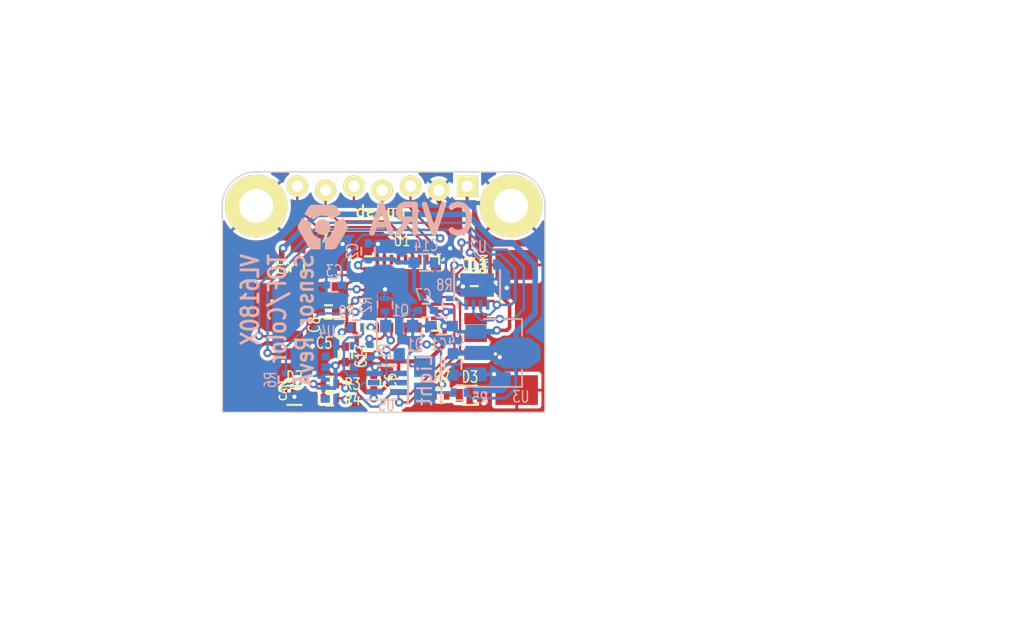
<source format=kicad_pcb>
(kicad_pcb (version 20221018) (generator pcbnew)
  (title_block (title "VL53L0X Time of flight sensor board") (rev "A") (company "CVRA") (comment 1 "Designed by Salah-Eddine Missri & Michael Spieler"))
  (layers (0 "F.Cu" signal) (31 "B.Cu" signal) (34 "B.Paste" user) (35 "F.Paste" user) (36 "B.SilkS" user "B.Silkscreen") (37 "F.SilkS" user "F.Silkscreen") (38 "B.Mask" user) (39 "F.Mask" user) (44 "Edge.Cuts" user))
  (net 0 "")
  (net 1 "VCC")
  (net 2 "GND")
  (net 3 "/STM32_NRST")
  (net 4 "+5V")
  (net 5 "Net-(C8-Pad1)")
  (net 6 "Net-(C9-Pad1)")
  (net 7 "/STM32_SWDIO")
  (net 8 "/STM32_SWCLK")
  (net 9 "/UART2_TX")
  (net 10 "/UART2_RX")
  (net 11 "Net-(CONN2-Pad4)")
  (net 12 "Net-(CONN2-Pad3)")
  (net 13 "/GPIO1")
  (net 14 "/I2C_SCL")
  (net 15 "/I2C_SDA")
  (net 16 "/Proximity")
  (net 17 "/Error")
  (net 18 "Net-(R8-Pad1)")
  (net 19 "/CAN_SPEED")
  (net 20 "/CAN_RX")
  (net 21 "/CAN_TX")
  (net 22 "Net-(D1-Pad1)")
  (net 23 "Net-(D1-Pad2)")
  (net 24 "/LIGHT_EN")
  (net 25 "/GPIO0")
  (net 26 "/LIGHT_INT")
  (net 27 "Net-(U1-Pad14)")
  (net 28 "Net-(U1-Pad25)")
  (net 29 "Net-(U1-Pad28)")
  (net 30 "Net-(U1-Pad29)")
  (net 31 "Net-(U1-Pad30)")
  (net 32 "Net-(U2-Pad5)")
  (net 33 "Net-(U4-Pad2)")
  (net 34 "Net-(U4-Pad3)")
  (net 35 "Net-(U4-Pad11)")
  (net 36 "Net-(U4-Pad7)")
  (net 37 "Net-(U5-Pad4)")
  (net 38 "Net-(U1-Pad8)")
  (net 39 "Net-(U1-Pad15)")
  (net 40 "Net-(D2-Pad2)")
  (net 41 "Net-(D3-Pad2)")
  (footprint "Capacitors_SMD:C_0603" (layer "F.Cu") (at 46.9 52.6 180)
    (fp_text reference "C5")
    (fp_text value "10uF" hide)
  )
  (footprint "Capacitors_SMD:C_0402" (layer "F.Cu") (at 46.1 51.5 180)
    (fp_text reference "C8")
    (fp_text value "10pF" hide)
  )
  (footprint "Capacitors_SMD:C_0402" (layer "F.Cu") (at 43.9 48.4 -90)
    (fp_text reference "C9")
    (fp_text value "10pF" hide)
  )
  (footprint "Capacitors_SMD:C_0402" (layer "F.Cu") (at 56.4 49.2 180)
    (fp_text reference "C11")
    (fp_text value "0.1uF")
  )
  (footprint "Capacitors_SMD:C_0402" (layer "F.Cu") (at 47.3 54.5 90)
    (fp_text reference "C13")
    (fp_text value "0.1uF")
  )
  (footprint "_connectors:_Molex-PicoBlade-SMD-4" (layer "F.Cu") (at 59.4 52.6 90)
    (fp_text reference "CONN2" hide)
    (fp_text value "CAN")
  )
  (footprint "_connectors:_Molex-PicoBlade-SMD-4" (layer "F.Cu") (at 40.6 52.6 -90)
    (fp_text reference "CONN3" hide)
    (fp_text value "CAN")
  )
  (footprint "Resistors_SMD:R_0402" (layer "F.Cu") (at 46.2 56.6)
    (fp_text reference "R3")
    (fp_text value "4.7k")
  )
  (footprint "Resistors_SMD:R_0402" (layer "F.Cu") (at 46.2 57.6)
    (fp_text reference "R4")
    (fp_text value "4.7k")
  )
  (footprint "Resistors_SMD:R_0402" (layer "F.Cu") (at 54 57.4)
    (fp_text reference "R7")
    (fp_text value "1k")
  )
  (footprint "Housings_DFN_QFN:QFN-32-1EP_5x5mm_Pitch0.5mm" (layer "F.Cu") (at 51.3 50.2)
    (fp_text reference "U1")
    (fp_text value "STM32F302K8U6" hide)
  )
  (footprint "_div:_TSX-3225-SMD-XTAL" (layer "F.Cu") (at 46.1 49 90)
    (fp_text reference "X1")
    (fp_text value "16MHz" hide)
  )
  (footprint "_mech:_M2" (layer "F.Cu") (at 41.3 45)
    (fp_text reference "MEC1" hide)
    (fp_text value "MEC")
  )
  (footprint "_mech:_M2" (layer "F.Cu") (at 59.3 45)
    (fp_text reference "MEC2" hide)
    (fp_text value "MEC")
  )
  (footprint "Resistors_SMD:R_0603" (layer "F.Cu") (at 43.7 57.4 180)
    (fp_text reference "D2")
    (fp_text value "LTST-S270KGKT" hide)
  )
  (footprint "Resistors_SMD:R_0603" (layer "F.Cu") (at 56.1 57.4 180)
    (fp_text reference "D3")
    (fp_text value "LTST-S270KRKT" hide)
  )
  (footprint "Capacitors_SMD:C_0402" (layer "F.Cu") (at 49.3 56.5 90)
    (fp_text reference "C6")
    (fp_text value "0.1uF")
  )
  (footprint "_connectors:_Pin2mm_7z" (layer "F.Cu") (at 49.9 42.6 180)
    (fp_text reference "CONN1" hide)
    (fp_text value "SWD/DEBUG")
  )
  (footprint "Capacitors_SMD:C_0603" (layer "B.Cu") (at 54.1 52.5 180)
    (fp_text reference "C1")
    (fp_text value "4.7uF")
  )
  (footprint "Capacitors_SMD:C_0402" (layer "B.Cu") (at 48.9 47.2 90)
    (fp_text reference "C2")
    (fp_text value "0.1uF")
  )
  (footprint "Capacitors_SMD:C_0402" (layer "B.Cu") (at 46.5 49.6 180)
    (fp_text reference "C3")
    (fp_text value "0.1uF")
  )
  (footprint "Capacitors_SMD:C_0603" (layer "B.Cu") (at 54.9 55.2 -90)
    (fp_text reference "C4")
    (fp_text value "1uF" hide)
  )
  (footprint "Capacitors_SMD:C_0402" (layer "B.Cu") (at 53 51.4 180)
    (fp_text reference "C7")
    (fp_text value "0.1uF")
  )
  (footprint "Capacitors_SMD:C_0603" (layer "B.Cu") (at 52.9 48)
    (fp_text reference "C14")
    (fp_text value "4.7uF" hide)
  )
  (footprint "Resistors_SMD:R_0402" (layer "B.Cu") (at 49 54.3 90)
    (fp_text reference "R1")
    (fp_text value "47k")
  )
  (footprint "Resistors_SMD:R_0402" (layer "B.Cu") (at 43.1 56.3 -90)
    (fp_text reference "R6")
    (fp_text value "1k")
  )
  (footprint "Resistors_SMD:R_0402" (layer "B.Cu") (at 54.7 51 -90)
    (fp_text reference "R8")
    (fp_text value "1k" hide)
  )
  (footprint "Resistors_SMD:R_0402" (layer "B.Cu") (at 48.1 52.6)
    (fp_text reference "R9")
    (fp_text value "47k")
  )
  (footprint "Housings_DFN_QFN:DFN-8-1EP_3x3mm_Pitch0.5mm" (layer "B.Cu") (at 56.6 49.6 -90)
    (fp_text reference "U2")
    (fp_text value "LTC2875IDD#PBF" hide)
  )
  (footprint "_logo:CVRA-logo-small" (layer "B.Cu") (at 45.7 45.5 180)
    (fp_text reference "G***" hide)
    (fp_text value "LOGO" hide)
  )
  (footprint "_std:LED_CREE_CLM3A" (layer "B.Cu") (at 52.9 56.3 -90)
    (fp_text reference "D1")
    (fp_text value "Light")
  )
  (footprint "TO_SOT_Packages_SMD:SOT-23" (layer "B.Cu") (at 51.1 53.5 -90)
    (fp_text reference "Q1")
    (fp_text value "BSS138")
  )
  (footprint "Resistors_SMD:R_0402" (layer "B.Cu") (at 50.1 51 -90)
    (fp_text reference "R2")
    (fp_text value "47k")
  )
  (footprint "Resistors_SMD:R_0402" (layer "B.Cu") (at 55.4 57.2)
    (fp_text reference "R5")
    (fp_text value "1k")
  )
  (footprint "_sensors:DFN-6-_2x2.4x0.65mm_P0.65mm" (layer "B.Cu") (at 50.2 56.5)
    (fp_text reference "U5")
    (fp_text value "TCS3472X")
  )
  (footprint "_sensors:VL6180X" (layer "B.Cu") (at 46.9 55.9 -90)
    (fp_text reference "U4")
    (fp_text value "VL6180X")
  )
  (footprint "TO_SOT_Packages_SMD:SOT-89-3" (layer "B.Cu") (at 58 54.4)
    (fp_text reference "U3")
    (fp_text value "MCP1703-MB")
  )
  (gr_line (start 61.4 44) (end 61.4 58.6) (stroke (width 0.1)) (layer "Edge.Cuts"))
  (gr_line (start 61.4 58.6) (end 38.6 58.6) (stroke (width 0.1)) (layer "Edge.Cuts"))
  (gr_arc (start 59 41.6) (mid 60.697056 42.302944) (end 61.4 44) (stroke (width 0.1)) (layer "Edge.Cuts"))
  (gr_arc (start 38.6 44) (mid 39.302944 42.302944) (end 41 41.6) (stroke (width 0.1)) (layer "Edge.Cuts"))
  (gr_line (start 41 41.6) (end 59 41.6) (stroke (width 0.1)) (layer "Edge.Cuts"))
  (gr_line (start 38.6 58.6) (end 38.6 44) (stroke (width 0.1)) (layer "Edge.Cuts"))
  (gr_text "VL6180X\nTOF/Color\nSensor RevA" (at 42.5 47.3 90) (layer "B.SilkS") (effects (font (size 1.2 1) (thickness 0.2)) (justify left mirror)))
  (gr_text "CVRA" (at 52.7 45) (layer "B.SilkS") (effects (font (size 2 2) (thickness 0.4)) (justify mirror)))
  (gr_text "debug" (at 49.8 44.4) (layer "F.SilkS") (effects (font (size 0.8 0.8))))
  (segment (start 48.45 48.45) (end 48.2 48.2) (width 0.16) (layer "F.Cu") (net 1))
  (segment (start 56.95 48.15) (end 56.1 47.3) (width 0.2) (layer "F.Cu") (net 1))
  (segment (start 58 52.8) (end 58.7 52.8) (width 0.25) (layer "F.Cu") (net 1))
  (segment (start 58.7 52.8) (end 58.9 52.6) (width 0.25) (layer "F.Cu") (net 1))
  (segment (start 57.65 49.9) (end 56.95 49.2) (width 0.25) (layer "F.Cu") (net 1))
  (segment (start 55.9 45.4) (end 56.1 45.6) (width 0.2) (layer "F.Cu") (net 1))
  (segment (start 56.1 45.6) (end 56.1 47.3) (width 0.2) (layer "F.Cu") (net 1))
  (segment (start 49.3 57.6) (end 49.3 57.05) (width 0.16) (layer "F.Cu") (net 1))
  (segment (start 48.25 50.45) (end 48 50.7) (width 0.16) (layer "F.Cu") (net 1))
  (segment (start 53.95 51.95) (end 54.3 52.3) (width 0.16) (layer "F.Cu") (net 1))
  (segment (start 54.3 52.3) (end 54.3 52.5) (width 0.16) (layer "F.Cu") (net 1))
  (segment (start 50 55) (end 51.05 55) (width 0.3) (layer "F.Cu") (net 1))
  (segment (start 53.1 55) (end 54.3 53.8) (width 0.3) (layer "F.Cu") (net 1))
  (segment (start 54.3 53.8) (end 54.3 52.5) (width 0.3) (layer "F.Cu") (net 1))
  (segment (start 46.95 55.05) (end 46.6 55.3) (width 0.3) (layer "F.Cu") (net 1))
  (segment (start 48.5 54.5) (end 47.95 55.05) (width 0.3) (layer "F.Cu") (net 1))
  (segment (start 47.95 55.05) (end 47.3 55.05) (width 0.3) (layer "F.Cu") (net 1))
  (segment (start 48.1 54.1) (end 48.1 53.3) (width 0.3) (layer "F.Cu") (net 1))
  (segment (start 48.1 53.3) (end 48.1 53.1) (width 0.3) (layer "F.Cu") (net 1))
  (segment (start 48.1 53.1) (end 47.65 52.65) (width 0.3) (layer "F.Cu") (net 1))
  (segment (start 47.65 52.65) (end 47.65 52.6) (width 0.3) (layer "F.Cu") (net 1))
  (segment (start 47.4 51.3) (end 47.4 52.35) (width 0.2) (layer "F.Cu") (net 1))
  (segment (start 47.4 52.35) (end 47.65 52.6) (width 0.2) (layer "F.Cu") (net 1))
  (segment (start 47.05 52.95) (end 47.4 52.6) (width 0.16) (layer "F.Cu") (net 1))
  (segment (start 47.4 52.6) (end 47.65 52.6) (width 0.16) (layer "F.Cu") (net 1))
  (segment (start 49.9 57.05) (end 51.05 55.9) (width 0.25) (layer "F.Cu") (net 1))
  (segment (start 51.05 55.9) (end 51.05 55) (width 0.25) (layer "F.Cu") (net 1))
  (segment (start 51.05 55) (end 53.1 55) (width 0.3) (layer "F.Cu") (net 1))
  (segment (start 45.05 56.6) (end 45.75 56.6) (width 0.2) (layer "F.Cu") (net 1))
  (segment (start 58.9 51) (end 57.8 49.9) (width 0.25) (layer "F.Cu") (net 1))
  (segment (start 57.8 49.9) (end 57.65 49.9) (width 0.25) (layer "F.Cu") (net 1))
  (segment (start 55.9 42.6) (end 55.9 45.4) (width 0.2) (layer "F.Cu") (net 1))
  (segment (start 53.7 51.95) (end 53.95 51.95) (width 0.16) (layer "F.Cu") (net 1))
  (segment (start 48.9 48.45) (end 48.45 48.45) (width 0.16) (layer "F.Cu") (net 1))
  (segment (start 48.5 54.5) (end 48.1 54.1) (width 0.3) (layer "F.Cu") (net 1))
  (segment (start 49.3 57.05) (end 49.9 57.05) (width 0.25) (layer "F.Cu") (net 1))
  (segment (start 58.9 52.6) (end 58.9 51) (width 0.25) (layer "F.Cu") (net 1))
  (segment (start 56.95 49.2) (end 56.95 48.15) (width 0.2) (layer "F.Cu") (net 1))
  (segment (start 47.3 55.05) (end 46.95 55.05) (width 0.3) (layer "F.Cu") (net 1))
  (segment (start 49.5 54.5) (end 50 55) (width 0.3) (layer "F.Cu") (net 1))
  (segment (start 48 50.7) (end 47.4 51.3) (width 0.2) (layer "F.Cu") (net 1))
  (segment (start 48.9 50.45) (end 48.25 50.45) (width 0.16) (layer "F.Cu") (net 1))
  (segment (start 49.5 54.5) (end 48.5 54.5) (width 0.3) (layer "F.Cu") (net 1))
  (segment (start 45.75 57.6) (end 45.75 56.6) (width 0.16) (layer "F.Cu") (net 1))
  (via (at 49.3 57.6) (size 0.6) (drill 0.3) (layers "F.Cu" "B.Cu") (net 1))
  (via (at 47.05 52.95) (size 0.6) (drill 0.3) (layers "F.Cu" "B.Cu") (net 1))
  (via (at 48.2 48.2) (size 0.6) (drill 0.3) (layers "F.Cu" "B.Cu") (net 1))
  (via (at 54.3 52.5) (size 0.6) (drill 0.3) (layers "F.Cu" "B.Cu") (net 1))
  (via (at 45.05 56.6) (size 0.6) (drill 0.3) (layers "F.Cu" "B.Cu") (net 1))
  (via (at 46.6 55.3) (size 0.6) (drill 0.3) (layers "F.Cu" "B.Cu") (net 1))
  (via (at 58 52.8) (size 0.6) (drill 0.3) (layers "F.Cu" "B.Cu") (net 1))
  (via (at 49.5 54.5) (size 0.6) (drill 0.3) (layers "F.Cu" "B.Cu") (net 1))
  (via (at 48 50.7) (size 0.6) (drill 0.3) (layers "F.Cu" "B.Cu") (net 1))
  (via (at 56.1 47.3) (size 0.6) (drill 0.3) (layers "F.Cu" "B.Cu") (net 1))
  (segment (start 48.65 47.75) (end 48.2 48.2) (width 0.18) (layer "B.Cu") (net 1))
  (segment (start 56.85 47.75) (end 56.4 47.3) (width 0.16) (layer "B.Cu") (net 1))
  (segment (start 56.4 47.3) (end 56.1 47.3) (width 0.16) (layer "B.Cu") (net 1))
  (segment (start 55.25 52.9) (end 54.85 52.5) (width 0.25) (layer "B.Cu") (net 1))
  (segment (start 57.9 52.9) (end 58 52.8) (width 0.25) (layer "B.Cu") (net 1))
  (segment (start 49.35 57.55) (end 49.3 57.6) (width 0.16) (layer "B.Cu") (net 1))
  (segment (start 49.25 54.75) (end 49.5 54.5) (width 0.3) (layer "B.Cu") (net 1))
  (segment (start 54.3 52.5) (end 54.85 52.5) (width 0.16) (layer "B.Cu") (net 1))
  (segment (start 46.6 56.8) (end 46.5 56.9) (width 0.3) (layer "B.Cu") (net 1))
  (segment (start 46.5 56.9) (end 45.9 56.9) (width 0.3) (layer "B.Cu") (net 1))
  (segment (start 47.4 52.6) (end 47.05 52.95) (width 0.16) (layer "B.Cu") (net 1))
  (segment (start 45.35 56.9) (end 45.05 56.6) (width 0.2) (layer "B.Cu") (net 1))
  (segment (start 54.3 52.25) (end 53.55 51.5) (width 0.25) (layer "B.Cu") (net 1))
  (segment (start 53.55 51.5) (end 53.55 51.4) (width 0.25) (layer "B.Cu") (net 1))
  (segment (start 52.15 48.8) (end 52.15 48) (width 0.3) (layer "B.Cu") (net 1))
  (segment (start 50.95 48) (end 50.7 47.75) (width 0.3) (layer "B.Cu") (net 1))
  (segment (start 50.7 47.75) (end 48.9 47.75) (width 0.3) (layer "B.Cu") (net 1))
  (segment (start 53.55 51.35) (end 52.15 49.95) (width 0.3) (layer "B.Cu") (net 1))
  (segment (start 52.15 49.95) (end 52.15 48.8) (width 0.3) (layer "B.Cu") (net 1))
  (segment (start 46 55.3) (end 45.9 55.4) (width 0.3) (layer "B.Cu") (net 1))
  (segment (start 49.35 57.15) (end 49.35 57.55) (width 0.16) (layer "B.Cu") (net 1))
  (segment (start 53.55 51.4) (end 53.55 51.5) (width 0.2) (layer "B.Cu") (net 1))
  (segment (start 48.9 47.75) (end 48.65 47.75) (width 0.18) (layer "B.Cu") (net 1))
  (segment (start 52.15 48) (end 50.95 48) (width 0.3) (layer "B.Cu") (net 1))
  (segment (start 49 54.75) (end 49.25 54.75) (width 0.16) (layer "B.Cu") (net 1))
  (segment (start 46.6 55.3) (end 46 55.3) (width 0.3) (layer "B.Cu") (net 1))
  (segment (start 47.65 52.6) (end 47.4 52.6) (width 0.16) (layer "B.Cu") (net 1))
  (segment (start 54.3 52.5) (end 54.3 52.25) (width 0.25) (layer "B.Cu") (net 1))
  (segment (start 56.52 52.9) (end 57.9 52.9) (width 0.4) (layer "B.Cu") (net 1))
  (segment (start 56.52 52.9) (end 55.25 52.9) (width 0.25) (layer "B.Cu") (net 1))
  (segment (start 53.55 51.4) (end 53.55 51.35) (width 0.3) (layer "B.Cu") (net 1))
  (segment (start 56.85 47.75) (end 56.85 48.2) (width 0.16) (layer "B.Cu") (net 1))
  (segment (start 46.6 55.3) (end 46.6 56.8) (width 0.3) (layer "B.Cu") (net 1))
  (segment (start 45.9 56.9) (end 45.35 56.9) (width 0.2) (layer "B.Cu") (net 1))
  (segment (start 45.75 50.35) (end 45.5 50.1) (width 0.16) (layer "F.Cu") (net 2))
  (segment (start 49.6 46.7) (end 49.55 46.75) (width 0.18) (layer "F.Cu") (net 2))
  (segment (start 49.55 46.75) (end 49.55 47.8) (width 0.18) (layer "F.Cu") (net 2))
  (segment (start 50.05 47.15) (end 49.6 46.7) (width 0.18) (layer "F.Cu") (net 2))
  (segment (start 55.85 49.45) (end 55.6 49.7) (width 0.25) (layer "F.Cu") (net 2))
  (segment (start 49.4625 51.0625) (end 49.35 50.95) (width 0.16) (layer "F.Cu") (net 2))
  (segment (start 49.35 50.95) (end 48.9 50.95) (width 0.16) (layer "F.Cu") (net 2))
  (segment (start 50.05 48.95) (end 50.4375 49.3375) (width 0.16) (layer "F.Cu") (net 2))
  (segment (start 53.05 51.95) (end 52.1625 51.0625) (width 0.16) (layer "F.Cu") (net 2))
  (segment (start 49.55 48.45) (end 50.4375 49.3375) (width 0.16) (layer "F.Cu") (net 2))
  (segment (start 49.3 55.5) (end 49.4 55.4) (width 0.16) (layer "F.Cu") (net 2))
  (segment (start 45.75 50.55) (end 45.3 50.1) (width 0.16) (layer "F.Cu") (net 2))
  (segment (start 50.1 49.9) (end 50.4375 49.5625) (width 0.16) (layer "F.Cu") (net 2))
  (segment (start 50.4375 49.5625) (end 50.4375 49.3375) (width 0.16) (layer "F.Cu") (net 2))
  (segment (start 54.7 47) (end 54.7 44.5) (width 0.3) (layer "F.Cu") (net 2))
  (segment (start 54.7 44.5) (end 53.9 43.7) (width 0.3) (layer "F.Cu") (net 2))
  (segment (start 53.9 43.7) (end 53.9 42.9) (width 0.3) (layer "F.Cu") (net 2))
  (segment (start 58.1 53.9) (end 57.425 53.225) (width 0.3) (layer "F.Cu") (net 2))
  (segment (start 57.425 53.225) (end 56.5 53.225) (width 0.3) (layer "F.Cu") (net 2))
  (segment (start 59.8 53.1) (end 59.8 50.9) (width 0.3) (layer "F.Cu") (net 2))
  (segment (start 59.8 50.9) (end 58.7 49.8) (width 0.3) (layer "F.Cu") (net 2))
  (segment (start 43.8 57.4) (end 43.7 57.5) (width 0.2) (layer "F.Cu") (net 2))
  (segment (start 58.2 55.9) (end 59.8 54.3) (width 0.3) (layer "F.Cu") (net 2))
  (segment (start 59.8 54.3) (end 59.8 53.9) (width 0.3) (layer "F.Cu") (net 2))
  (segment (start 59.8 53.9) (end 59.8 53.1) (width 0.3) (layer "F.Cu") (net 2))
  (segment (start 50.05 47.8) (end 50.05 48.95) (width 0.16) (layer "F.Cu") (net 2))
  (segment (start 55.85 49.2) (end 55.85 49.45) (width 0.25) (layer "F.Cu") (net 2))
  (segment (start 44.45 57.4) (end 43.8 57.4) (width 0.2) (layer "F.Cu") (net 2))
  (segment (start 50.05 47.8) (end 50.05 47.15) (width 0.18) (layer "F.Cu") (net 2))
  (segment (start 49.55 47.8) (end 49.55 48.45) (width 0.16) (layer "F.Cu") (net 2))
  (segment (start 50.4375 51.0625) (end 49.4625 51.0625) (width 0.16) (layer "F.Cu") (net 2))
  (segment (start 58.1 53.9) (end 59 53.9) (width 0.3) (layer "F.Cu") (net 2))
  (segment (start 49.3 55.95) (end 49.3 55.5) (width 0.16) (layer "F.Cu") (net 2))
  (segment (start 53.05 52.6) (end 53.05 51.95) (width 0.16) (layer "F.Cu") (net 2))
  (segment (start 45.75 51.5) (end 45.75 50.55) (width 0.16) (layer "F.Cu") (net 2))
  (segment (start 57.8 55.9) (end 58.2 55.9) (width 0.3) (layer "F.Cu") (net 2))
  (segment (start 45.5 50.1) (end 45.5 50) (width 0.16) (layer "F.Cu") (net 2))
  (segment (start 59 53.9) (end 59.8 53.9) (width 0.3) (layer "F.Cu") (net 2))
  (segment (start 47.1 47.9) (end 47.1 46.7) (width 0.16) (layer "F.Cu") (net 2))
  (via (at 45 53.9) (size 0.6) (drill 0.3) (layers "F.Cu" "B.Cu") (net 2))
  (via (at 50.1 49.9) (size 0.6) (drill 0.3) (layers "F.Cu" "B.Cu") (net 2))
  (via (at 47.1 46.7) (size 0.6) (drill 0.3) (layers "F.Cu" "B.Cu") (net 2))
  (via (at 49.4 55.4) (size 0.6) (drill 0.3) (layers "F.Cu" "B.Cu") (net 2))
  (via (at 54.7 47) (size 0.6) (drill 0.3) (layers "F.Cu" "B.Cu") (net 2))
  (via (at 43.7 57.5) (size 0.6) (drill 0.3) (layers "F.Cu" "B.Cu") (net 2))
  (via (at 55.6 49.7) (size 0.6) (drill 0.3) (layers "F.Cu" "B.Cu") (net 2))
  (via (at 45.1 55.8) (size 0.6) (drill 0.3) (layers "F.Cu" "B.Cu") (net 2))
  (via (at 49.6 46.7) (size 0.6) (drill 0.3) (layers "F.Cu" "B.Cu") (net 2))
  (via (at 58.7 49.8) (size 0.6) (drill 0.3) (layers "F.Cu" "B.Cu") (net 2))
  (via (at 57.8 55.9) (size 0.6) (drill 0.3) (layers "F.Cu" "B.Cu") (net 2))
  (segment (start 49.55 46.65) (end 49.6 46.7) (width 0.18) (layer "B.Cu") (net 2))
  (segment (start 56.35 48.84) (end 56.005 49.185) (width 0.16) (layer "B.Cu") (net 2))
  (segment (start 55.6 49.7) (end 55.915 50.015) (width 0.25) (layer "B.Cu") (net 2))
  (segment (start 55.915 50.015) (end 56.005 50.015) (width 0.25) (layer "B.Cu") (net 2))
  (segment (start 49.4 55.4) (end 49.35 55.45) (width 0.16) (layer "B.Cu") (net 2))
  (segment (start 49.35 55.45) (end 49.35 55.85) (width 0.16) (layer "B.Cu") (net 2))
  (segment (start 54.8 43.8) (end 58.8 43.8) (width 0.3) (layer "B.Cu") (net 2))
  (segment (start 58.8 43.8) (end 59 44) (width 0.3) (layer "B.Cu") (net 2))
  (segment (start 53.7 48) (end 54.7 47) (width 0.3) (layer "B.Cu") (net 2))
  (segment (start 54.95 55.9) (end 54.9 55.95) (width 0.3) (layer "B.Cu") (net 2))
  (segment (start 58.7 49.8) (end 57.9 49.8) (width 0.3) (layer "B.Cu") (net 2))
  (segment (start 57.9 49.8) (end 57.285 49.185) (width 0.3) (layer "B.Cu") (net 2))
  (segment (start 57.285 49.185) (end 57.195 49.185) (width 0.3) (layer "B.Cu") (net 2))
  (segment (start 52.05 51.8) (end 52.45 51.4) (width 0.2) (layer "B.Cu") (net 2))
  (segment (start 45.45 56.15) (end 45.1 55.8) (width 0.2) (layer "B.Cu") (net 2))
  (segment (start 50.1 50.55) (end 50.1 49.9) (width 0.16) (layer "B.Cu") (net 2))
  (segment (start 53.65 48) (end 53.7 48) (width 0.3) (layer "B.Cu") (net 2))
  (segment (start 53.9 42.9) (end 54.8 43.8) (width 0.3) (layer "B.Cu") (net 2))
  (segment (start 45.9 56.15) (end 45.45 56.15) (width 0.2) (layer "B.Cu") (net 2))
  (segment (start 52.05 52.5) (end 52.05 51.8) (width 0.2) (layer "B.Cu") (net 2))
  (segment (start 56.35 48.2) (end 56.35 48.84) (width 0.16) (layer "B.Cu") (net 2))
  (segment (start 56.52 55.9) (end 57.8 55.9) (width 0.3) (layer "B.Cu") (net 2))
  (segment (start 48.9 46.65) (end 49.55 46.65) (width 0.18) (layer "B.Cu") (net 2))
  (segment (start 45.9 53.9) (end 45 53.9) (width 0.2) (layer "B.Cu") (net 2))
  (segment (start 56.52 55.9) (end 54.95 55.9) (width 0.3) (layer "B.Cu") (net 2))
  (segment (start 54 46.3) (end 51.9 44.2) (width 0.16) (layer "F.Cu") (net 3))
  (segment (start 51.9 44.2) (end 51.9 42.6) (width 0.16) (layer "F.Cu") (net 3))
  (segment (start 48.15 49.95) (end 48.1 49.9) (width 0.16) (layer "F.Cu") (net 3))
  (segment (start 48.9 49.95) (end 48.15 49.95) (width 0.16) (layer "F.Cu") (net 3))
  (via (at 54 46.3) (size 0.6) (drill 0.3) (layers "F.Cu" "B.Cu") (net 3))
  (via (at 48.1 49.9) (size 0.6) (drill 0.3) (layers "F.Cu" "B.Cu") (net 3))
  (segment (start 47.35 49.9) (end 47.05 49.6) (width 0.16) (layer "B.Cu") (net 3))
  (segment (start 47.05 47.95) (end 48.05 46.95) (width 0.16) (layer "B.Cu") (net 3))
  (segment (start 48.05 46.95) (end 48.05 46.530002) (width 0.16) (layer "B.Cu") (net 3))
  (segment (start 48.05 46.530002) (end 48.530002 46.05) (width 0.16) (layer "B.Cu") (net 3))
  (segment (start 48.530002 46.05) (end 53.75 46.05) (width 0.16) (layer "B.Cu") (net 3))
  (segment (start 53.75 46.05) (end 54 46.3) (width 0.16) (layer "B.Cu") (net 3))
  (segment (start 48.1 49.9) (end 47.35 49.9) (width 0.16) (layer "B.Cu") (net 3))
  (segment (start 47.05 49.6) (end 47.05 47.95) (width 0.16) (layer "B.Cu") (net 3))
  (segment (start 42.9 47) (end 42.8 47.1) (width 0.4) (layer "F.Cu") (net 4))
  (segment (start 42.8 47.1) (end 42.8 49.1) (width 0.4) (layer "F.Cu") (net 4))
  (segment (start 42.8 49.1) (end 43.5 49.8) (width 0.4) (layer "F.Cu") (net 4))
  (segment (start 43.5 49.8) (end 43.5 50.725) (width 0.4) (layer "F.Cu") (net 4))
  (segment (start 57.975 54.475) (end 58.2 54.7) (width 0.3) (layer "F.Cu") (net 4))
  (segment (start 56.5 54.475) (end 57.975 54.475) (width 0.3) (layer "F.Cu") (net 4))
  (via (at 58.2 54.7) (size 0.6) (drill 0.3) (layers "F.Cu" "B.Cu") (net 4))
  (via (at 42.9 47) (size 0.6) (drill 0.3) (layers "F.Cu" "B.Cu") (net 4))
  (segment (start 59.3335 52.9665) (end 60.7 51.6) (width 0.4) (layer "B.Cu") (net 4))
  (segment (start 60.7 51.6) (end 60.7 48.2) (width 0.4) (layer "B.Cu") (net 4))
  (segment (start 60.7 48.2) (end 59.1 46.6) (width 0.4) (layer "B.Cu") (net 4))
  (segment (start 59.1 46.6) (end 57.9 46.6) (width 0.4) (layer "B.Cu") (net 4))
  (segment (start 57.9 46.6) (end 55.9 44.6) (width 0.4) (layer "B.Cu") (net 4))
  (segment (start 55.9 44.6) (end 45.4 44.6) (width 0.4) (layer "B.Cu") (net 4))
  (segment (start 54.95 54.4) (end 54.9 54.45) (width 0.25) (layer "B.Cu") (net 4))
  (segment (start 55.85 57.25) (end 56.2 57.6) (width 0.2) (layer "B.Cu") (net 4))
  (segment (start 56.2 57.6) (end 58.6 57.6) (width 0.2) (layer "B.Cu") (net 4))
  (segment (start 58.6 57.6) (end 59.3335 56.8665) (width 0.2) (layer "B.Cu") (net 4))
  (segment (start 59.3335 56.8665) (end 59.3335 54.4) (width 0.2) (layer "B.Cu") (net 4))
  (segment (start 58.2 54.7) (end 57.9238 54.4238) (width 0.3) (layer "B.Cu") (net 4))
  (segment (start 57.9238 54.4238) (end 57.9238 54.4) (width 0.3) (layer "B.Cu") (net 4))
  (segment (start 45.3 44.6) (end 42.9 47) (width 0.4) (layer "B.Cu") (net 4))
  (segment (start 57.9238 54.4) (end 56.6665 54.4) (width 0.3) (layer "B.Cu") (net 4))
  (segment (start 59.3335 54.4) (end 59.3335 52.9665) (width 0.4) (layer "B.Cu") (net 4))
  (segment (start 60.667 54.4) (end 56.6665 54.4) (width 0.4) (layer "B.Cu") (net 4))
  (segment (start 45.4 44.6) (end 45.3 44.6) (width 0.4) (layer "B.Cu") (net 4))
  (segment (start 56.6665 54.4) (end 54.95 54.4) (width 0.4) (layer "B.Cu") (net 4))
  (segment (start 55.85 57.2) (end 55.85 57.25) (width 0.16) (layer "B.Cu") (net 4))
  (segment (start 46.85 50.35) (end 47.1 50.1) (width 0.16) (layer "F.Cu") (net 5))
  (segment (start 48.45 49.45) (end 48.3 49.3) (width 0.16) (layer "F.Cu") (net 5))
  (segment (start 48.3 49.3) (end 47.7 49.3) (width 0.16) (layer "F.Cu") (net 5))
  (segment (start 47.7 49.3) (end 46.9 50.1) (width 0.16) (layer "F.Cu") (net 5))
  (segment (start 46.85 50.15) (end 46.9 50.1) (width 0.16) (layer "F.Cu") (net 5))
  (segment (start 47.1 50.1) (end 47.1 50) (width 0.16) (layer "F.Cu") (net 5))
  (segment (start 46.85 51.5) (end 46.85 50.15) (width 0.16) (layer "F.Cu") (net 5))
  (segment (start 48.9 49.45) (end 48.45 49.45) (width 0.16) (layer "F.Cu") (net 5))
  (segment (start 45.15 48.25) (end 45.5 47.9) (width 0.16) (layer "F.Cu") (net 6))
  (segment (start 47.75 48.95) (end 47.7 48.9) (width 0.16) (layer "F.Cu") (net 6))
  (segment (start 47.7 48.9) (end 46.1 48.9) (width 0.16) (layer "F.Cu") (net 6))
  (segment (start 46.1 48.9) (end 45.3 48.1) (width 0.16) (layer "F.Cu") (net 6))
  (segment (start 45.3 48.1) (end 45.3 47.9) (width 0.16) (layer "F.Cu") (net 6))
  (segment (start 45.25 47.85) (end 45.3 47.9) (width 0.16) (layer "F.Cu") (net 6))
  (segment (start 43.9 47.85) (end 45.25 47.85) (width 0.16) (layer "F.Cu") (net 6))
  (segment (start 45.5 47.9) (end 45.5 48) (width 0.16) (layer "F.Cu") (net 6))
  (segment (start 48.9 48.95) (end 47.75 48.95) (width 0.16) (layer "F.Cu") (net 6))
  (segment (start 49.9 43.9) (end 50.3 44.3) (width 0.16) (layer "F.Cu") (net 7))
  (segment (start 50.3 44.3) (end 50.9 44.3) (width 0.16) (layer "F.Cu") (net 7))
  (segment (start 54.4 48.8) (end 54.25 48.95) (width 0.16) (layer "F.Cu") (net 7))
  (segment (start 54.25 48.95) (end 53.7 48.95) (width 0.16) (layer "F.Cu") (net 7))
  (segment (start 51.1 44.3) (end 54.4 47.6) (width 0.16) (layer "F.Cu") (net 7))
  (segment (start 54.4 47.6) (end 54.4 48.8) (width 0.16) (layer "F.Cu") (net 7))
  (segment (start 50.9 44.3) (end 51.1 44.3) (width 0.16) (layer "F.Cu") (net 7))
  (segment (start 49.9 42.9) (end 49.9 43.9) (width 0.16) (layer "F.Cu") (net 7))
  (segment (start 47.9 43.9) (end 48.7 44.7) (width 0.16) (layer "F.Cu") (net 8))
  (segment (start 48.7 44.7) (end 50.5 44.7) (width 0.16) (layer "F.Cu") (net 8))
  (segment (start 50.9 44.7) (end 53.7 47.5) (width 0.16) (layer "F.Cu") (net 8))
  (segment (start 53.7 47.5) (end 53.7 48.45) (width 0.16) (layer "F.Cu") (net 8))
  (segment (start 47.9 42.6) (end 47.9 43.9) (width 0.16) (layer "F.Cu") (net 8))
  (segment (start 50.5 44.7) (end 50.9 44.7) (width 0.16) (layer "F.Cu") (net 8))
  (segment (start 46.8 45.1) (end 45.9 44.2) (width 0.16) (layer "F.Cu") (net 9))
  (segment (start 45.9 44.2) (end 45.9 42.9) (width 0.16) (layer "F.Cu") (net 9))
  (segment (start 50 45.1) (end 46.8 45.1) (width 0.16) (layer "F.Cu") (net 9))
  (segment (start 50.3 45.1) (end 52.55 47.35) (width 0.16) (layer "F.Cu") (net 9))
  (segment (start 52.55 47.8) (end 52.55 47.35) (width 0.16) (layer "F.Cu") (net 9))
  (segment (start 50 45.1) (end 50.3 45.1) (width 0.16) (layer "F.Cu") (net 9))
  (segment (start 45.3 45.5) (end 43.9 44.1) (width 0.16) (layer "F.Cu") (net 10))
  (segment (start 43.9 44.1) (end 43.9 42.6) (width 0.16) (layer "F.Cu") (net 10))
  (segment (start 52.05 47.45) (end 50.1 45.5) (width 0.16) (layer "F.Cu") (net 10))
  (segment (start 50.1 45.5) (end 45.3 45.5) (width 0.16) (layer "F.Cu") (net 10))
  (segment (start 52.05 47.8) (end 52.05 47.45) (width 0.16) (layer "F.Cu") (net 10))
  (segment (start 57.725 50.725) (end 58 51) (width 0.18) (layer "F.Cu") (net 11))
  (segment (start 41.8 54.4) (end 41.875 54.475) (width 0.18) (layer "F.Cu") (net 11))
  (segment (start 41.875 54.475) (end 43.5 54.475) (width 0.18) (layer "F.Cu") (net 11))
  (segment (start 56.5 50.725) (end 57.725 50.725) (width 0.18) (layer "F.Cu") (net 11))
  (via (at 58 51) (size 0.6) (drill 0.3) (layers "F.Cu" "B.Cu") (net 11))
  (via (at 41.8 54.4) (size 0.6) (drill 0.3) (layers "F.Cu" "B.Cu") (net 11))
  (segment (start 59.3 48.5) (end 58.240002 47.440002) (width 0.18) (layer "B.Cu") (net 11))
  (segment (start 58.240002 47.440002) (end 57.559166 47.440002) (width 0.18) (layer "B.Cu") (net 11))
  (segment (start 57.559166 47.440002) (end 55.819164 45.7) (width 0.18) (layer "B.Cu") (net 11))
  (segment (start 55.819164 45.7) (end 45.7 45.7) (width 0.18) (layer "B.Cu") (net 11))
  (segment (start 45.7 45.7) (end 41.8 49.6) (width 0.18) (layer "B.Cu") (net 11))
  (segment (start 41.8 49.6) (end 41.8 54.4) (width 0.18) (layer "B.Cu") (net 11))
  (segment (start 58 51.2) (end 57.5 51.7) (width 0.16) (layer "B.Cu") (net 11))
  (segment (start 57.5 51.7) (end 57.1 51.7) (width 0.16) (layer "B.Cu") (net 11))
  (segment (start 57.1 51.7) (end 56.85 51.45) (width 0.16) (layer "B.Cu") (net 11))
  (segment (start 56.85 51.45) (end 56.85 51) (width 0.16) (layer "B.Cu") (net 11))
  (segment (start 59.3 49.5) (end 59.3 48.5) (width 0.18) (layer "B.Cu") (net 11))
  (segment (start 59.3 50.7) (end 59 51) (width 0.18) (layer "B.Cu") (net 11))
  (segment (start 59 51) (end 58 51) (width 0.18) (layer "B.Cu") (net 11))
  (segment (start 58 51) (end 58 51.2) (width 0.16) (layer "B.Cu") (net 11))
  (segment (start 59.3 49.5) (end 59.3 50.7) (width 0.18) (layer "B.Cu") (net 11))
  (segment (start 58.175 51.975) (end 58.2 52) (width 0.18) (layer "F.Cu") (net 12))
  (segment (start 41.2 53.2) (end 41.225 53.225) (width 0.18) (layer "F.Cu") (net 12))
  (segment (start 41.225 53.225) (end 43.5 53.225) (width 0.18) (layer "F.Cu") (net 12))
  (segment (start 56.5 51.975) (end 58.175 51.975) (width 0.18) (layer "F.Cu") (net 12))
  (via (at 58.2 52) (size 0.6) (drill 0.3) (layers "F.Cu" "B.Cu") (net 12))
  (via (at 41.2 53.2) (size 0.6) (drill 0.3) (layers "F.Cu" "B.Cu") (net 12))
  (segment (start 58.2 52) (end 59.2 52) (width 0.18) (layer "B.Cu") (net 12))
  (segment (start 59.2 52) (end 59.9 51.3) (width 0.18) (layer "B.Cu") (net 12))
  (segment (start 59.9 51.3) (end 59.9 48.3) (width 0.18) (layer "B.Cu") (net 12))
  (segment (start 59.9 48.3) (end 58.7 47.1) (width 0.18) (layer "B.Cu") (net 12))
  (segment (start 58.7 47.1) (end 57.7 47.1) (width 0.18) (layer "B.Cu") (net 12))
  (segment (start 57.7 47.1) (end 55.8 45.2) (width 0.18) (layer "B.Cu") (net 12))
  (segment (start 55.8 45.2) (end 45.6 45.2) (width 0.18) (layer "B.Cu") (net 12))
  (segment (start 45.6 45.2) (end 41.2 49.6) (width 0.18) (layer "B.Cu") (net 12))
  (segment (start 41.2 49.6) (end 41.2 53.2) (width 0.18) (layer "B.Cu") (net 12))
  (segment (start 56.35 51.55) (end 56.9 52.1) (width 0.16) (layer "B.Cu") (net 12))
  (segment (start 56.9 52.1) (end 57.7 52.1) (width 0.16) (layer "B.Cu") (net 12))
  (segment (start 57.7 52.1) (end 57.8 52) (width 0.16) (layer "B.Cu") (net 12))
  (segment (start 57.8 52) (end 58.2 52) (width 0.16) (layer "B.Cu") (net 12))
  (segment (start 56.35 51) (end 56.35 51.55) (width 0.16) (layer "B.Cu") (net 12))
  (segment (start 49 53.4) (end 49.5 53.4) (width 0.16) (layer "F.Cu") (net 13))
  (segment (start 49.5 53.4) (end 49.8 53.4) (width 0.16) (layer "F.Cu") (net 13))
  (segment (start 49.8 53.4) (end 50.05 53.15) (width 0.16) (layer "F.Cu") (net 13))
  (segment (start 50.05 53.15) (end 50.05 52.6) (width 0.16) (layer "F.Cu") (net 13))
  (via (at 49 53.4) (size 0.6) (drill 0.3) (layers "F.Cu" "B.Cu") (net 13))
  (segment (start 48.95 53.9) (end 49 53.85) (width 0.16) (layer "B.Cu") (net 13))
  (segment (start 47.9 53.9) (end 48.95 53.9) (width 0.16) (layer "B.Cu") (net 13))
  (segment (start 49 53.85) (end 49 53.4) (width 0.16) (layer "B.Cu") (net 13))
  (segment (start 47.3 56.9) (end 47 56.6) (width 0.16) (layer "F.Cu") (net 14))
  (segment (start 47 56.6) (end 46.65 56.6) (width 0.16) (layer "F.Cu") (net 14))
  (segment (start 54.85 50.95) (end 55 51.1) (width 0.16) (layer "F.Cu") (net 14))
  (segment (start 55 51.1) (end 55 54.2) (width 0.16) (layer "F.Cu") (net 14))
  (segment (start 55 54.2) (end 51.9 57.3) (width 0.16) (layer "F.Cu") (net 14))
  (segment (start 51.9 57.3) (end 50.5 57.3) (width 0.16) (layer "F.Cu") (net 14))
  (segment (start 50.5 57.3) (end 49.6 58.2) (width 0.16) (layer "F.Cu") (net 14))
  (segment (start 49.6 58.2) (end 49.1 58.2) (width 0.16) (layer "F.Cu") (net 14))
  (segment (start 49.1 58.2) (end 47.8 56.9) (width 0.16) (layer "F.Cu") (net 14))
  (segment (start 47.8 56.9) (end 47.3 56.9) (width 0.16) (layer "F.Cu") (net 14))
  (segment (start 53.7 50.95) (end 54.85 50.95) (width 0.16) (layer "F.Cu") (net 14))
  (via (at 47.3 56.9) (size 0.6) (drill 0.3) (layers "F.Cu" "B.Cu") (net 14))
  (segment (start 48.2 56.9) (end 48.6 56.5) (width 0.16) (layer "B.Cu") (net 14))
  (segment (start 48.6 56.5) (end 49.35 56.5) (width 0.16) (layer "B.Cu") (net 14))
  (segment (start 47.9 56.9) (end 48.2 56.9) (width 0.16) (layer "B.Cu") (net 14))
  (segment (start 47.9 56.9) (end 47.3 56.9) (width 0.16) (layer "B.Cu") (net 14))
  (segment (start 47.3 57.7) (end 47.2 57.6) (width 0.16) (layer "F.Cu") (net 15))
  (segment (start 47.2 57.6) (end 46.65 57.6) (width 0.16) (layer "F.Cu") (net 15))
  (segment (start 54.95 50.45) (end 55.4 50.9) (width 0.16) (layer "F.Cu") (net 15))
  (segment (start 55.4 50.9) (end 55.4 54.3) (width 0.16) (layer "F.Cu") (net 15))
  (segment (start 55.4 54.3) (end 51.8 57.9) (width 0.16) (layer "F.Cu") (net 15))
  (segment (start 51.8 57.9) (end 51.1 57.9) (width 0.16) (layer "F.Cu") (net 15))
  (segment (start 53.7 50.45) (end 54.95 50.45) (width 0.16) (layer "F.Cu") (net 15))
  (via (at 51.1 57.9) (size 0.6) (drill 0.3) (layers "F.Cu" "B.Cu") (net 15))
  (via (at 47.3 57.7) (size 0.6) (drill 0.3) (layers "F.Cu" "B.Cu") (net 15))
  (segment (start 48.55 57.65) (end 49.1 58.2) (width 0.16) (layer "B.Cu") (net 15))
  (segment (start 49.1 58.2) (end 49.6 58.2) (width 0.16) (layer "B.Cu") (net 15))
  (segment (start 47.35 57.65) (end 47.3 57.7) (width 0.16) (layer "B.Cu") (net 15))
  (segment (start 50.65 57.15) (end 49.6 58.2) (width 0.16) (layer "B.Cu") (net 15))
  (segment (start 51.1 57.9) (end 51.05 57.85) (width 0.16) (layer "B.Cu") (net 15))
  (segment (start 51.05 57.85) (end 51.05 57.15) (width 0.16) (layer "B.Cu") (net 15))
  (segment (start 51.05 57.15) (end 50.65 57.15) (width 0.16) (layer "B.Cu") (net 15))
  (segment (start 47.9 57.65) (end 48.55 57.65) (width 0.16) (layer "B.Cu") (net 15))
  (segment (start 47.9 57.65) (end 47.35 57.65) (width 0.16) (layer "B.Cu") (net 15))
  (segment (start 48.05 51.45) (end 48 51.5) (width 0.16) (layer "F.Cu") (net 16))
  (segment (start 48.9 51.45) (end 48.05 51.45) (width 0.16) (layer "F.Cu") (net 16))
  (via (at 48 51.5) (size 0.6) (drill 0.3) (layers "F.Cu" "B.Cu") (net 16))
  (segment (start 48 51.5) (end 47.9 51.6) (width 0.16) (layer "B.Cu") (net 16))
  (segment (start 47.9 51.6) (end 45.5 51.6) (width 0.16) (layer "B.Cu") (net 16))
  (segment (start 45.5 51.6) (end 43.1 54) (width 0.16) (layer "B.Cu") (net 16))
  (segment (start 43.1 54) (end 43.1 55.85) (width 0.16) (layer "B.Cu") (net 16))
  (segment (start 51.55 53.25) (end 52.1 53.8) (width 0.16) (layer "F.Cu") (net 17))
  (segment (start 52.1 53.8) (end 53.05 53.8) (width 0.16) (layer "F.Cu") (net 17))
  (segment (start 54.13 56.61) (end 54.1 56.64) (width 0.16) (layer "F.Cu") (net 17))
  (segment (start 54.1 56.64) (end 53.74 56.64) (width 0.16) (layer "F.Cu") (net 17))
  (segment (start 53.74 56.64) (end 53.55 56.83) (width 0.16) (layer "F.Cu") (net 17))
  (segment (start 53.55 56.83) (end 53.55 57.4) (width 0.16) (layer "F.Cu") (net 17))
  (segment (start 51.55 52.6) (end 51.55 53.25) (width 0.16) (layer "F.Cu") (net 17))
  (via (at 53.05 53.8) (size 0.6) (drill 0.3) (layers "F.Cu" "B.Cu") (net 17))
  (via (at 54.13 56.61) (size 0.6) (drill 0.3) (layers "F.Cu" "B.Cu") (net 17))
  (segment (start 53.05 53.8) (end 53.55 53.8) (width 0.16) (layer "B.Cu") (net 17))
  (segment (start 53.55 53.8) (end 54.05 54.3) (width 0.16) (layer "B.Cu") (net 17))
  (segment (start 54.05 56.53) (end 54.13 56.61) (width 0.16) (layer "B.Cu") (net 17))
  (segment (start 54.05 54.3) (end 54.05 56.53) (width 0.16) (layer "B.Cu") (net 17))
  (segment (start 55.6 51) (end 55.15 50.55) (width 0.16) (layer "B.Cu") (net 18))
  (segment (start 55.15 50.55) (end 54.7 50.55) (width 0.16) (layer "B.Cu") (net 18))
  (segment (start 55.85 51) (end 55.6 51) (width 0.16) (layer "B.Cu") (net 18))
  (segment (start 54.35 51.45) (end 54.4 51.5) (width 0.16) (layer "F.Cu") (net 19))
  (segment (start 53.7 51.45) (end 54.35 51.45) (width 0.16) (layer "F.Cu") (net 19))
  (via (at 54.4 51.5) (size 0.6) (drill 0.3) (layers "F.Cu" "B.Cu") (net 19))
  (segment (start 54.4 51.5) (end 54.45 51.45) (width 0.16) (layer "B.Cu") (net 19))
  (segment (start 54.45 51.45) (end 54.7 51.45) (width 0.16) (layer "B.Cu") (net 19))
  (segment (start 54.45 49.95) (end 55.2 49.2) (width 0.16) (layer "F.Cu") (net 20))
  (segment (start 55.2 49.2) (end 55.2 48.8) (width 0.16) (layer "F.Cu") (net 20))
  (segment (start 55.2 48.8) (end 55.7 48.3) (width 0.16) (layer "F.Cu") (net 20))
  (segment (start 55.7 48.3) (end 55.7 47.7) (width 0.16) (layer "F.Cu") (net 20))
  (segment (start 55.7 47.7) (end 55.5 47.5) (width 0.16) (layer "F.Cu") (net 20))
  (segment (start 55.5 47.5) (end 55.5 46.6) (width 0.16) (layer "F.Cu") (net 20))
  (segment (start 53.7 49.95) (end 54.45 49.95) (width 0.16) (layer "F.Cu") (net 20))
  (via (at 55.5 46.6) (size 0.6) (drill 0.3) (layers "F.Cu" "B.Cu") (net 20))
  (segment (start 55.5 46.6) (end 56 46.6) (width 0.16) (layer "B.Cu") (net 20))
  (segment (start 56 46.6) (end 56.2 46.6) (width 0.16) (layer "B.Cu") (net 20))
  (segment (start 56.2 46.6) (end 57.35 47.75) (width 0.16) (layer "B.Cu") (net 20))
  (segment (start 57.35 47.75) (end 57.35 48.2) (width 0.16) (layer "B.Cu") (net 20))
  (segment (start 55 48.2) (end 54.8 48.4) (width 0.16) (layer "F.Cu") (net 21))
  (segment (start 54.8 48.4) (end 54.8 49) (width 0.16) (layer "F.Cu") (net 21))
  (segment (start 54.8 49) (end 54.35 49.45) (width 0.16) (layer "F.Cu") (net 21))
  (segment (start 54.35 49.45) (end 53.7 49.45) (width 0.16) (layer "F.Cu") (net 21))
  (via (at 55 48.2) (size 0.6) (drill 0.3) (layers "F.Cu" "B.Cu") (net 21))
  (segment (start 55.85 48.2) (end 55 48.2) (width 0.16) (layer "B.Cu") (net 21))
  (segment (start 51.9475 55.3475) (end 51.1 54.5) (width 0.16) (layer "B.Cu") (net 22))
  (segment (start 52.9 55.3475) (end 51.9475 55.3475) (width 0.16) (layer "B.Cu") (net 22))
  (segment (start 52.9525 57.2) (end 52.9 57.2525) (width 0.2) (layer "B.Cu") (net 23))
  (segment (start 54.95 57.2) (end 52.9525 57.2) (width 0.2) (layer "B.Cu") (net 23))
  (segment (start 50.55 53.45) (end 50.5 53.5) (width 0.16) (layer "F.Cu") (net 24))
  (segment (start 50.55 52.6) (end 50.55 53.45) (width 0.16) (layer "F.Cu") (net 24))
  (via (at 50.5 53.5) (size 0.6) (drill 0.3) (layers "F.Cu" "B.Cu") (net 24))
  (segment (start 50.15 51.5) (end 50.1 51.45) (width 0.16) (layer "B.Cu") (net 24))
  (segment (start 50.5 53.5) (end 50.15 53.15) (width 0.16) (layer "B.Cu") (net 24))
  (segment (start 50.15 53.15) (end 50.15 52.5) (width 0.16) (layer "B.Cu") (net 24))
  (segment (start 50.15 52.5) (end 50.15 51.5) (width 0.16) (layer "B.Cu") (net 24))
  (segment (start 49.1 52.6) (end 49.55 52.6) (width 0.16) (layer "F.Cu") (net 25))
  (via (at 49.1 52.6) (size 0.6) (drill 0.3) (layers "F.Cu" "B.Cu") (net 25))
  (segment (start 47.65 56.15) (end 47.2 55.7) (width 0.16) (layer "B.Cu") (net 25))
  (segment (start 47.2 55.7) (end 47.2 53.6) (width 0.16) (layer "B.Cu") (net 25))
  (segment (start 47.2 53.6) (end 47.5 53.3) (width 0.16) (layer "B.Cu") (net 25))
  (segment (start 47.5 53.3) (end 48.3 53.3) (width 0.16) (layer "B.Cu") (net 25))
  (segment (start 48.3 53.3) (end 48.55 53.05) (width 0.16) (layer "B.Cu") (net 25))
  (segment (start 48.55 53.05) (end 48.55 52.6) (width 0.16) (layer "B.Cu") (net 25))
  (segment (start 48.55 52.6) (end 49.1 52.6) (width 0.16) (layer "B.Cu") (net 25))
  (segment (start 47.9 56.15) (end 47.65 56.15) (width 0.16) (layer "B.Cu") (net 25))
  (segment (start 50.2 54.2) (end 50.4 54.2) (width 0.16) (layer "F.Cu") (net 26))
  (segment (start 50.4 54.2) (end 50.6 54.2) (width 0.16) (layer "F.Cu") (net 26))
  (segment (start 50.6 54.2) (end 51.05 53.75) (width 0.16) (layer "F.Cu") (net 26))
  (segment (start 51.05 52.6) (end 51.05 53.75) (width 0.16) (layer "F.Cu") (net 26))
  (via (at 50.2 54.2) (size 0.6) (drill 0.3) (layers "F.Cu" "B.Cu") (net 26))
  (segment (start 50.2 56.5) (end 50.2 55.8) (width 0.16) (layer "B.Cu") (net 26))
  (segment (start 50.2 55.6) (end 50.2 54.2) (width 0.16) (layer "B.Cu") (net 26))
  (segment (start 51.05 56.5) (end 50.2 56.5) (width 0.16) (layer "B.Cu") (net 26))
  (segment (start 50.2 55.8) (end 50.2 55.6) (width 0.16) (layer "B.Cu") (net 26))
  (segment (start 42.95 56.85) (end 43.3 56.5) (width 0.2) (layer "F.Cu") (net 40))
  (segment (start 43.3 56.5) (end 43.9 56.5) (width 0.2) (layer "F.Cu") (net 40))
  (segment (start 42.95 57.4) (end 42.95 56.85) (width 0.2) (layer "F.Cu") (net 40))
  (via (at 43.9 56.5) (size 0.6) (drill 0.3) (layers "F.Cu" "B.Cu") (net 40))
  (segment (start 43.9 56.5) (end 43.65 56.75) (width 0.2) (layer "B.Cu") (net 40))
  (segment (start 43.65 56.75) (end 43.1 56.75) (width 0.2) (layer "B.Cu") (net 40))
  (segment (start 54.45 57.4) (end 55.35 57.4) (width 0.16) (layer "F.Cu") (net 41))
  (zone (net 2) (net_name "GND") (layer "F.Cu") (connect_pads (clearance 0.25)) (min_thickness 0.16) (fill yes (thermal_gap 0.25) (thermal_bridge_width 0.2))
    (polygon (pts (xy 38.6 58.6) (xy 38.6 41.6) (xy 61.4 41.6) (xy 61.4 58.6)))
  )
  (zone (net 2) (net_name "GND") (layer "B.Cu") (connect_pads (clearance 0.25)) (min_thickness 0.16) (fill yes (thermal_gap 0.25) (thermal_bridge_width 0.2))
    (polygon (pts (xy 38.6 58.6) (xy 38.6 41.6) (xy 61.4 41.6) (xy 61.4 58.6)))
  )
)
</source>
